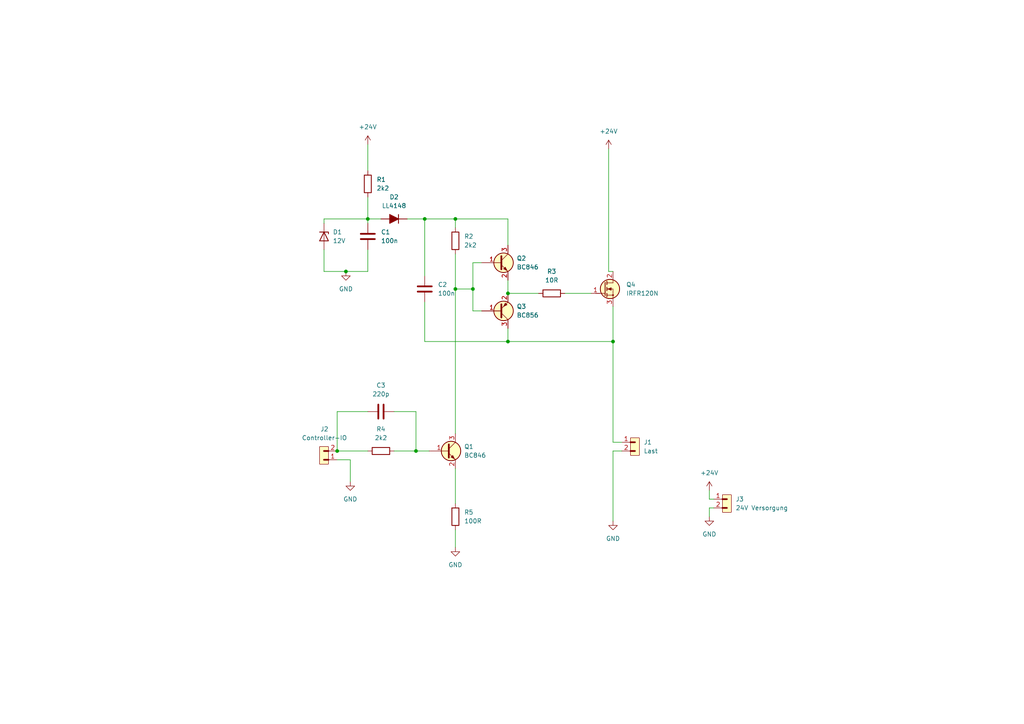
<source format=kicad_sch>
(kicad_sch (version 20230121) (generator eeschema)
  (paper "A4")
  (lib_symbols
    (symbol "Device:C" (pin_numbers hide) (pin_names (offset 0.254))
      (property "Reference" "C" (at 0.635 2.54 0))
      (property "Value" "C" (at 0.635 -2.54 0))
      (symbol "C_0_1"
        (polyline (pts (xy -2.032 -0.762) (xy 2.032 -0.762)) (stroke (width 0.508)))
        (polyline (pts (xy -2.032 0.762) (xy 2.032 0.762)) (stroke (width 0.508)))
      )
      (symbol "C_1_1"
        (pin passive line (at 0 3.81 270) (length 2.794) (name "~") (number "1"))
        (pin passive line (at 0 -3.81 90) (length 2.794) (name "~") (number "2"))
      )
    )
    (symbol "Device:D_Zener" (pin_numbers hide) (pin_names (offset 1.016) hide)
      (property "Reference" "D" (at 0 2.54 0))
      (property "Value" "D_Zener" (at 0 -2.54 0))
      (symbol "D_Zener_0_1"
        (polyline (pts (xy 1.27 0) (xy -1.27 0)))
        (polyline (pts (xy -1.27 -1.27) (xy -1.27 1.27) (xy -0.762 1.27)) (stroke (width 0.254)))
        (polyline (pts (xy 1.27 -1.27) (xy 1.27 1.27) (xy -1.27 0) (xy 1.27 -1.27)) (stroke (width 0.254)))
      )
      (symbol "D_Zener_1_1"
        (pin passive line (at -3.81 0 0) (length 2.54) (name "K") (number "1"))
        (pin passive line (at 3.81 0 180) (length 2.54) (name "A") (number "2"))
      )
    )
    (symbol "Device:R" (pin_numbers hide) (pin_names (offset 0))
      (property "Reference" "R" (at 2.032 0 90))
      (property "Value" "R" (at 0 0 90))
      (symbol "R_0_1"
        (rectangle (start -1.016 -2.54) (end 1.016 2.54) (stroke (width 0.254)))
      )
      (symbol "R_1_1"
        (pin passive line (at 0 3.81 270) (length 1.27) (name "~") (number "1"))
        (pin passive line (at 0 -3.81 90) (length 1.27) (name "~") (number "2"))
      )
    )
    (symbol "PCM_Diode_AKL:LL4148" (pin_numbers hide) (pin_names (offset 1.016) hide)
      (property "Reference" "D" (at 0 5.08 0))
      (property "Value" "LL4148" (at 0 2.54 0))
      (symbol "LL4148_0_1"
        (polyline (pts (xy -1.27 0) (xy 1.27 0)))
        (polyline (pts (xy 1.27 1.27) (xy 1.27 -1.27)) (stroke (width 0.254)))
        (polyline (pts (xy -1.27 1.27) (xy -1.27 -1.27) (xy 1.27 0) (xy -1.27 1.27)) (stroke (width 0.254)) (fill (type outline)))
      )
      (symbol "LL4148_1_1"
        (pin passive line (at 3.81 0 180) (length 2.54) (name "K") (number "1"))
        (pin passive line (at -3.81 0 0) (length 2.54) (name "A") (number "2"))
      )
    )
    (symbol "PCM_SL_Pin_Headers:PINHD_1x2_Male"
      (property "Reference" "J" (at 0 6.35 0))
      (property "Value" "PINHD_1x2_Male" (at 0 3.81 0))
      (symbol "PINHD_1x2_Male_0_1"
        (rectangle (start -1.27 2.54) (end 1.27 -2.54) (fill (type background)))
        (polyline (pts (xy -1.27 -1.27) (xy 0 -1.27)) (stroke (width 0.3)))
        (polyline (pts (xy -1.27 -1.27) (xy 0 -1.27)) (stroke (width 0.5)))
        (polyline (pts (xy -1.27 1.27) (xy 0 1.27)) (stroke (width 0.3)))
        (polyline (pts (xy -1.27 1.27) (xy 0 1.27)) (stroke (width 0.5)))
      )
      (symbol "PINHD_1x2_Male_1_1"
        (pin passive line (at -3.81 1.27 0) (length 2.54) (name "") (number "1"))
        (pin passive line (at -3.81 -1.27 0) (length 2.54) (name "") (number "2"))
      )
    )
    (symbol "PCM_Transistor_BJT_AKL:BC846" (pin_names hide)
      (property "Reference" "Q" (at 5.08 1.27 0))
      (property "Value" "BC846" (at 5.08 -1.27 0))
      (symbol "BC846_0_1"
        (polyline (pts (xy 0.635 0.635) (xy 2.54 2.54)))
        (polyline (pts (xy 0.635 -0.635) (xy 2.54 -2.54) (xy 2.54 -2.54)))
        (polyline (pts (xy 0.635 1.905) (xy 0.635 -1.905) (xy 0.635 -1.905)) (stroke (width 0.508)))
        (polyline (pts (xy 1.27 -1.778) (xy 1.778 -1.27) (xy 2.286 -2.286) (xy 1.27 -1.778) (xy 1.27 -1.778)) (fill (type outline)))
        (circle (center 1.27 0) (radius 2.8194) (stroke (width 0.254)) (fill (type background)))
      )
      (symbol "BC846_1_1"
        (pin input line (at -5.08 0 0) (length 5.715) (name "B") (number "1"))
        (pin passive line (at 2.54 -5.08 90) (length 2.54) (name "E") (number "2"))
        (pin passive line (at 2.54 5.08 270) (length 2.54) (name "C") (number "3"))
      )
    )
    (symbol "PCM_Transistor_BJT_AKL:BC856" (pin_names hide)
      (property "Reference" "Q" (at 5.08 1.27 0))
      (property "Value" "BC856" (at 5.08 -1.27 0))
      (symbol "BC856_0_1"
        (polyline (pts (xy 0.635 -0.635) (xy 2.54 -2.54)))
        (polyline (pts (xy 0.635 -1.905) (xy 0.635 1.905) (xy 0.635 1.905)) (stroke (width 0.508)))
        (polyline (pts (xy 0.635 0.635) (xy 2.54 2.54) (xy 2.54 2.54)))
        (polyline (pts (xy 2.286 1.778) (xy 1.778 2.286) (xy 1.27 1.27) (xy 2.286 1.778) (xy 2.286 1.778)) (fill (type outline)))
        (circle (center 1.27 0) (radius 2.8194) (stroke (width 0.254)) (fill (type background)))
      )
      (symbol "BC856_1_1"
        (pin input line (at -5.08 0 0) (length 5.715) (name "B") (number "1"))
        (pin passive line (at 2.54 5.08 270) (length 2.54) (name "E") (number "2"))
        (pin passive line (at 2.54 -5.08 90) (length 2.54) (name "C") (number "3"))
      )
    )
    (symbol "PCM_Transistor_MOSFET_AKL:IRFR120N" (pin_names hide)
      (property "Reference" "Q" (at 5.08 1.27 0))
      (property "Value" "IRFR120N" (at 5.08 -1.27 0))
      (symbol "IRFR120N_0_1"
        (polyline (pts (xy 0.254 -1.27) (xy -2.54 -1.27)))
        (polyline (pts (xy 0.254 1.905) (xy 0.254 -1.905)) (stroke (width 0.254)))
        (polyline (pts (xy 0.762 -1.778) (xy 2.54 -1.778)))
        (polyline (pts (xy 0.762 -1.27) (xy 0.762 -2.286)) (stroke (width 0.254)))
        (polyline (pts (xy 0.762 0.508) (xy 0.762 -0.508)) (stroke (width 0.254)))
        (polyline (pts (xy 0.762 2.286) (xy 0.762 1.27)) (stroke (width 0.254)))
        (polyline (pts (xy 2.54 1.778) (xy 0.762 1.778)))
        (polyline (pts (xy 2.54 2.54) (xy 2.54 1.778)))
        (polyline (pts (xy 2.54 -2.54) (xy 2.54 0) (xy 0.762 0)))
        (polyline (pts (xy 1.016 0) (xy 2.032 0.381) (xy 2.032 -0.381) (xy 1.016 0)) (fill (type outline)))
        (circle (center 1.651 0) (radius 2.794) (stroke (width 0.254)) (fill (type background)))
        (circle (center 2.54 -1.778) (radius 0.1778) (fill (type outline)))
      )
      (symbol "IRFR120N_1_1"
        (pin input line (at -3.81 -1.27 0) (length 2.54) (name "G") (number "1"))
        (pin passive line (at 2.54 5.08 270) (length 2.54) (name "D") (number "2"))
        (pin passive line (at 2.54 -5.08 90) (length 2.54) (name "S") (number "3"))
      )
    )
    (symbol "power:+24V" (power) (pin_names (offset 0))
      (property "Value" "+24V" (at 0 3.556 0))
      (symbol "+24V_0_1"
        (polyline (pts (xy -0.762 1.27) (xy 0 2.54)))
        (polyline (pts (xy 0 0) (xy 0 2.54)))
        (polyline (pts (xy 0 2.54) (xy 0.762 1.27)))
      )
      (symbol "+24V_1_1"
        (pin power_in line (at 0 0 90) (length 0) hide (name "+24V") (number "1"))
      )
    )
    (symbol "power:GND" (power) (pin_names (offset 0))
      (property "Value" "GND" (at 0 -3.81 0))
      (symbol "GND_0_1"
        (polyline (pts (xy 0 0) (xy 0 -1.27) (xy 1.27 -1.27) (xy 0 -2.54) (xy -1.27 -1.27) (xy 0 -1.27)))
      )
      (symbol "GND_1_1"
        (pin power_in line (at 0 0 270) (length 0) hide (name "GND") (number "1"))
      )
    )
  )
  (junction (at 132.08 63.5))
  (junction (at 100.33 78.74))
  (junction (at 177.8 99.06))
  (junction (at 106.68 63.5))
  (junction (at 147.32 85.09))
  (junction (at 120.65 130.81))
  (junction (at 97.79 130.81))
  (junction (at 137.16 83.82))
  (junction (at 132.08 83.82))
  (junction (at 147.32 99.06))
  (junction (at 123.19 63.5))
  (wire (pts (xy 97.79 130.81) (xy 106.68 130.81)))
  (wire (pts (xy 97.79 119.38) (xy 97.79 130.81)))
  (wire (pts (xy 177.8 130.81) (xy 177.8 151.13)))
  (wire (pts (xy 106.68 63.5) (xy 106.68 64.77)))
  (wire (pts (xy 139.7 76.2) (xy 137.16 76.2)))
  (wire (pts (xy 147.32 95.25) (xy 147.32 99.06)))
  (wire (pts (xy 147.32 81.28) (xy 147.32 85.09)))
  (wire (pts (xy 132.08 63.5) (xy 132.08 66.04)))
  (wire (pts (xy 114.3 130.81) (xy 120.65 130.81)))
  (wire (pts (xy 205.74 144.78) (xy 207.01 144.78)))
  (wire (pts (xy 93.98 72.39) (xy 93.98 78.74)))
  (wire (pts (xy 132.08 83.82) (xy 137.16 83.82)))
  (wire (pts (xy 132.08 63.5) (xy 147.32 63.5)))
  (wire (pts (xy 114.3 119.38) (xy 120.65 119.38)))
  (wire (pts (xy 123.19 87.63) (xy 123.19 99.06)))
  (wire (pts (xy 106.68 119.38) (xy 97.79 119.38)))
  (wire (pts (xy 177.8 99.06) (xy 177.8 128.27)))
  (wire (pts (xy 132.08 83.82) (xy 132.08 125.73)))
  (wire (pts (xy 106.68 57.15) (xy 106.68 63.5)))
  (wire (pts (xy 106.68 41.91) (xy 106.68 49.53)))
  (wire (pts (xy 132.08 73.66) (xy 132.08 83.82)))
  (wire (pts (xy 132.08 153.67) (xy 132.08 158.75)))
  (wire (pts (xy 207.01 147.32) (xy 205.74 147.32)))
  (wire (pts (xy 101.6 133.35) (xy 101.6 139.7)))
  (wire (pts (xy 120.65 130.81) (xy 124.46 130.81)))
  (wire (pts (xy 123.19 63.5) (xy 123.19 80.01)))
  (wire (pts (xy 177.8 128.27) (xy 180.34 128.27)))
  (wire (pts (xy 163.83 85.09) (xy 171.45 85.09)))
  (wire (pts (xy 176.53 78.74) (xy 177.8 78.74)))
  (wire (pts (xy 147.32 63.5) (xy 147.32 71.12)))
  (wire (pts (xy 118.11 63.5) (xy 123.19 63.5)))
  (wire (pts (xy 110.49 63.5) (xy 106.68 63.5)))
  (wire (pts (xy 106.68 78.74) (xy 106.68 72.39)))
  (wire (pts (xy 205.74 142.24) (xy 205.74 144.78)))
  (wire (pts (xy 147.32 85.09) (xy 156.21 85.09)))
  (wire (pts (xy 137.16 76.2) (xy 137.16 83.82)))
  (wire (pts (xy 176.53 43.18) (xy 176.53 78.74)))
  (wire (pts (xy 100.33 78.74) (xy 106.68 78.74)))
  (wire (pts (xy 137.16 90.17) (xy 139.7 90.17)))
  (wire (pts (xy 180.34 130.81) (xy 177.8 130.81)))
  (wire (pts (xy 123.19 63.5) (xy 132.08 63.5)))
  (wire (pts (xy 137.16 83.82) (xy 137.16 90.17)))
  (wire (pts (xy 93.98 78.74) (xy 100.33 78.74)))
  (wire (pts (xy 120.65 119.38) (xy 120.65 130.81)))
  (wire (pts (xy 97.79 133.35) (xy 101.6 133.35)))
  (wire (pts (xy 177.8 99.06) (xy 177.8 88.9)))
  (wire (pts (xy 132.08 135.89) (xy 132.08 146.05)))
  (wire (pts (xy 93.98 63.5) (xy 106.68 63.5)))
  (wire (pts (xy 205.74 147.32) (xy 205.74 149.86)))
  (wire (pts (xy 123.19 99.06) (xy 147.32 99.06)))
  (wire (pts (xy 147.32 99.06) (xy 177.8 99.06)))
  (wire (pts (xy 93.98 64.77) (xy 93.98 63.5)))
  (symbol (lib_id "Device:R") (at 160.02 85.09 90) (unit 1)
    (property "Reference" "R3" (at 160.02 78.74 90))
    (property "Value" "10R" (at 160.02 81.28 90))
    (property "Footprint" "PCM_Resistor_SMD_AKL:R_1206_3216Metric_Pad1.42x1.75mm_HandSolder" (effects hide))
  )
  (symbol (lib_id "PCM_Transistor_MOSFET_AKL:IRFR120N") (at 175.26 83.82 0) (unit 1)
    (property "Reference" "Q4" (at 181.61 82.55 0) (effects (justify left)))
    (property "Value" "IRFR120N" (at 181.61 85.09 0) (effects (justify left)))
    (property "Footprint" "PCM_Package_TO_SOT_SMD_AKL:TO-252-2" (effects hide))
    (property "Datasheet" "https://www.tme.eu/Document/165195aa510b11e70c25f86b8a16067f/irfr120n.pdf" (effects hide))
  )
  (symbol (lib_id "Device:R") (at 110.49 130.81 90) (unit 1)
    (property "Reference" "R4" (at 110.49 124.46 90))
    (property "Value" "2k2" (at 110.49 127 90))
    (property "Footprint" "PCM_Resistor_SMD_AKL:R_1206_3216Metric_Pad1.42x1.75mm_HandSolder" (effects hide))
  )
  (symbol (lib_id "Device:R") (at 106.68 53.34 0) (unit 1)
    (property "Reference" "R1" (at 109.22 52.07 0) (effects (justify left)))
    (property "Value" "2k2" (at 109.22 54.61 0) (effects (justify left)))
    (property "Footprint" "PCM_Resistor_SMD_AKL:R_1206_3216Metric_Pad1.42x1.75mm_HandSolder" (effects hide))
  )
  (symbol (lib_id "power:+24V") (at 176.53 43.18 0) (unit 1)
    (property "Reference" "#PWR04" (effects hide))
    (property "Value" "+24V" (at 176.53 38.1 0))
  )
  (symbol (lib_id "Device:D_Zener") (at 93.98 68.58 270) (unit 1)
    (property "Reference" "D1" (at 96.52 67.31 90) (effects (justify left)))
    (property "Value" "12V" (at 96.52 69.85 90) (effects (justify left)))
    (property "Footprint" "Diode_SMD:D_MiniMELF_Handsoldering" (effects hide))
  )
  (symbol (lib_id "PCM_Diode_AKL:LL4148") (at 114.3 63.5 0) (unit 1)
    (property "Reference" "D2" (at 114.3 57.15 0))
    (property "Value" "LL4148" (at 114.3 59.69 0))
    (property "Footprint" "PCM_Diode_SMD_AKL:D_MiniMELF_Handsoldering" (effects hide))
    (property "Datasheet" "https://www.tme.eu/Document/968b88464c4f5d5ff32cd1ca930873a4/LL4148-4448.pdf" (effects hide))
  )
  (symbol (lib_id "Device:R") (at 132.08 69.85 0) (unit 1)
    (property "Reference" "R2" (at 134.62 68.58 0) (effects (justify left)))
    (property "Value" "2k2" (at 134.62 71.12 0) (effects (justify left)))
    (property "Footprint" "PCM_Resistor_SMD_AKL:R_1206_3216Metric_Pad1.42x1.75mm_HandSolder" (effects hide))
  )
  (symbol (lib_id "power:+24V") (at 205.74 142.24 0) (unit 1)
    (property "Reference" "#PWR08" (effects hide))
    (property "Value" "+24V" (at 205.74 137.16 0))
  )
  (symbol (lib_id "Device:R") (at 132.08 149.86 180) (unit 1)
    (property "Reference" "R5" (at 134.62 148.59 0) (effects (justify right)))
    (property "Value" "100R" (at 134.62 151.13 0) (effects (justify right)))
    (property "Footprint" "PCM_Resistor_SMD_AKL:R_1206_3216Metric_Pad1.42x1.75mm_HandSolder" (effects hide))
  )
  (symbol (lib_id "PCM_Transistor_BJT_AKL:BC856") (at 144.78 90.17 0) (unit 1)
    (property "Reference" "Q3" (at 149.86 88.9 0) (effects (justify left)))
    (property "Value" "BC856" (at 149.86 91.44 0) (effects (justify left)))
    (property "Footprint" "PCM_Package_TO_SOT_SMD_AKL:SOT-23" (effects hide))
    (property "Datasheet" "https://www.tme.eu/Document/c382caaa0cc481743f0c0197b727e2d1/BC856A.pdf" (effects hide))
  )
  (symbol (lib_id "power:GND") (at 100.33 78.74 0) (unit 1)
    (property "Reference" "#PWR03" (effects hide))
    (property "Value" "GND" (at 100.33 83.82 0))
  )
  (symbol (lib_id "power:+24V") (at 106.68 41.91 0) (unit 1)
    (property "Reference" "#PWR05" (effects hide))
    (property "Value" "+24V" (at 106.68 36.83 0))
  )
  (symbol (lib_id "power:GND") (at 132.08 158.75 0) (unit 1)
    (property "Reference" "#PWR02" (effects hide))
    (property "Value" "GND" (at 132.08 163.83 0))
  )
  (symbol (lib_id "Device:C") (at 106.68 68.58 0) (unit 1)
    (property "Reference" "C1" (at 110.49 67.31 0) (effects (justify left)))
    (property "Value" "100n" (at 110.49 69.85 0) (effects (justify left)))
    (property "Footprint" "Capacitor_SMD:C_0805_2012Metric_Pad1.18x1.45mm_HandSolder" (effects hide))
  )
  (symbol (lib_id "power:GND") (at 205.74 149.86 0) (unit 1)
    (property "Reference" "#PWR06" (effects hide))
    (property "Value" "GND" (at 205.74 154.94 0))
  )
  (symbol (lib_id "power:GND") (at 177.8 151.13 0) (unit 1)
    (property "Reference" "#PWR01" (effects hide))
    (property "Value" "GND" (at 177.8 156.21 0))
  )
  (symbol (lib_id "PCM_SL_Pin_Headers:PINHD_1x2_Male") (at 210.82 146.05 0) (unit 1)
    (property "Reference" "J3" (at 213.36 144.78 0) (effects (justify left)))
    (property "Value" "24V Versorgung" (at 213.36 147.32 0) (effects (justify left)))
    (property "Footprint" "Connector_PinHeader_2.54mm:PinHeader_1x02_P2.54mm_Vertical" (effects hide))
  )
  (symbol (lib_id "PCM_SL_Pin_Headers:PINHD_1x2_Male") (at 184.15 129.54 0) (unit 1)
    (property "Reference" "J1" (at 186.69 128.27 0) (effects (justify left)))
    (property "Value" "Last" (at 186.69 130.81 0) (effects (justify left)))
    (property "Footprint" "Connector_PinHeader_2.54mm:PinHeader_1x02_P2.54mm_Vertical" (effects hide))
  )
  (symbol (lib_id "Device:C") (at 110.49 119.38 90) (unit 1)
    (property "Reference" "C3" (at 110.49 111.76 90))
    (property "Value" "220p" (at 110.49 114.3 90))
    (property "Footprint" "Capacitor_SMD:C_0805_2012Metric_Pad1.18x1.45mm_HandSolder" (effects hide))
  )
  (symbol (lib_id "PCM_Transistor_BJT_AKL:BC846") (at 129.54 130.81 0) (unit 1)
    (property "Reference" "Q1" (at 134.62 129.54 0) (effects (justify left)))
    (property "Value" "BC846" (at 134.62 132.08 0) (effects (justify left)))
    (property "Footprint" "PCM_Package_TO_SOT_SMD_AKL:SOT-23" (effects hide))
    (property "Datasheet" "https://assets.nexperia.cn/documents/data-sheet/BC846_SER.pdf" (effects hide))
  )
  (symbol (lib_id "PCM_SL_Pin_Headers:PINHD_1x2_Male") (at 93.98 132.08 180) (unit 1)
    (property "Reference" "J2" (at 94.105 124.46 0))
    (property "Value" "Controller-IO" (at 94.105 127 0))
    (property "Footprint" "Connector_PinHeader_2.54mm:PinHeader_1x02_P2.54mm_Vertical" (effects hide))
  )
  (symbol (lib_id "power:GND") (at 101.6 139.7 0) (unit 1)
    (property "Reference" "#PWR07" (effects hide))
    (property "Value" "GND" (at 101.6 144.78 0))
  )
  (symbol (lib_id "Device:C") (at 123.19 83.82 0) (unit 1)
    (property "Reference" "C2" (at 127 82.55 0) (effects (justify left)))
    (property "Value" "100n" (at 127 85.09 0) (effects (justify left)))
    (property "Footprint" "Capacitor_SMD:C_0805_2012Metric_Pad1.18x1.45mm_HandSolder" (effects hide))
  )
  (symbol (lib_id "PCM_Transistor_BJT_AKL:BC846") (at 144.78 76.2 0) (unit 1)
    (property "Reference" "Q2" (at 149.86 74.93 0) (effects (justify left)))
    (property "Value" "BC846" (at 149.86 77.47 0) (effects (justify left)))
    (property "Footprint" "PCM_Package_TO_SOT_SMD_AKL:SOT-23" (effects hide))
    (property "Datasheet" "https://assets.nexperia.cn/documents/data-sheet/BC846_SER.pdf" (effects hide))
  )
)
</source>
